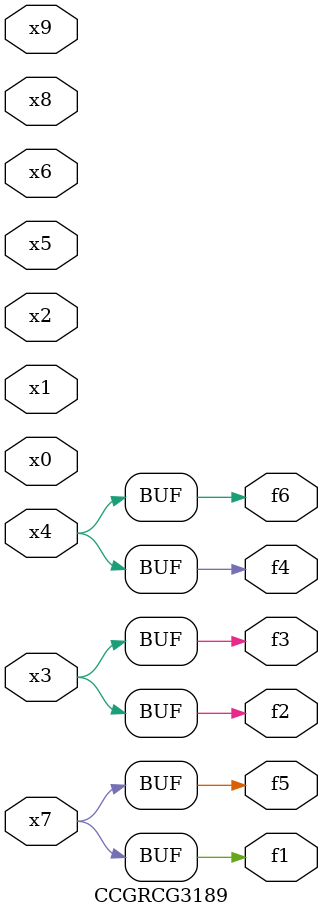
<source format=v>
module CCGRCG3189(
	input x0, x1, x2, x3, x4, x5, x6, x7, x8, x9,
	output f1, f2, f3, f4, f5, f6
);
	assign f1 = x7;
	assign f2 = x3;
	assign f3 = x3;
	assign f4 = x4;
	assign f5 = x7;
	assign f6 = x4;
endmodule

</source>
